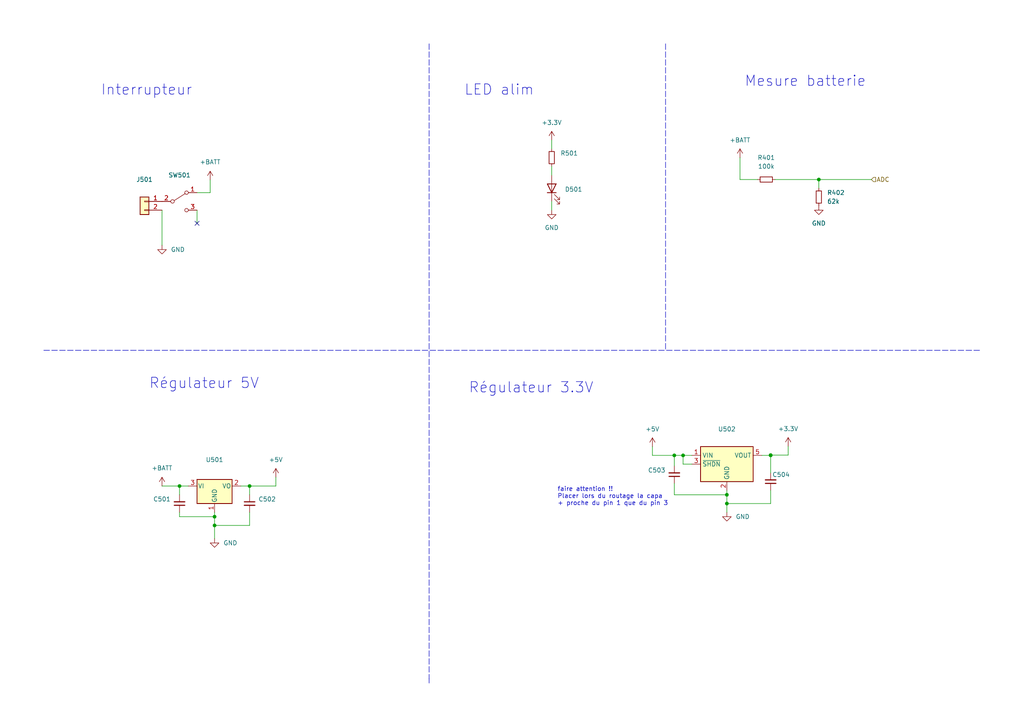
<source format=kicad_sch>
(kicad_sch (version 20211123) (generator eeschema)

  (uuid 818a72cf-d397-4513-a3a0-8481b9efa59a)

  (paper "A4")

  (lib_symbols
    (symbol "Connector_Generic:Conn_01x02" (pin_names (offset 1.016) hide) (in_bom yes) (on_board yes)
      (property "Reference" "J" (id 0) (at 0 2.54 0)
        (effects (font (size 1.27 1.27)))
      )
      (property "Value" "Conn_01x02" (id 1) (at 0 -5.08 0)
        (effects (font (size 1.27 1.27)))
      )
      (property "Footprint" "" (id 2) (at 0 0 0)
        (effects (font (size 1.27 1.27)) hide)
      )
      (property "Datasheet" "~" (id 3) (at 0 0 0)
        (effects (font (size 1.27 1.27)) hide)
      )
      (property "ki_keywords" "connector" (id 4) (at 0 0 0)
        (effects (font (size 1.27 1.27)) hide)
      )
      (property "ki_description" "Generic connector, single row, 01x02, script generated (kicad-library-utils/schlib/autogen/connector/)" (id 5) (at 0 0 0)
        (effects (font (size 1.27 1.27)) hide)
      )
      (property "ki_fp_filters" "Connector*:*_1x??_*" (id 6) (at 0 0 0)
        (effects (font (size 1.27 1.27)) hide)
      )
      (symbol "Conn_01x02_1_1"
        (rectangle (start -1.27 -2.413) (end 0 -2.667)
          (stroke (width 0.1524) (type default) (color 0 0 0 0))
          (fill (type none))
        )
        (rectangle (start -1.27 0.127) (end 0 -0.127)
          (stroke (width 0.1524) (type default) (color 0 0 0 0))
          (fill (type none))
        )
        (rectangle (start -1.27 1.27) (end 1.27 -3.81)
          (stroke (width 0.254) (type default) (color 0 0 0 0))
          (fill (type background))
        )
        (pin passive line (at -5.08 0 0) (length 3.81)
          (name "Pin_1" (effects (font (size 1.27 1.27))))
          (number "1" (effects (font (size 1.27 1.27))))
        )
        (pin passive line (at -5.08 -2.54 0) (length 3.81)
          (name "Pin_2" (effects (font (size 1.27 1.27))))
          (number "2" (effects (font (size 1.27 1.27))))
        )
      )
    )
    (symbol "Device:C_Small" (pin_numbers hide) (pin_names (offset 0.254) hide) (in_bom yes) (on_board yes)
      (property "Reference" "C" (id 0) (at 0.254 1.778 0)
        (effects (font (size 1.27 1.27)) (justify left))
      )
      (property "Value" "C_Small" (id 1) (at 0.254 -2.032 0)
        (effects (font (size 1.27 1.27)) (justify left))
      )
      (property "Footprint" "" (id 2) (at 0 0 0)
        (effects (font (size 1.27 1.27)) hide)
      )
      (property "Datasheet" "~" (id 3) (at 0 0 0)
        (effects (font (size 1.27 1.27)) hide)
      )
      (property "ki_keywords" "capacitor cap" (id 4) (at 0 0 0)
        (effects (font (size 1.27 1.27)) hide)
      )
      (property "ki_description" "Unpolarized capacitor, small symbol" (id 5) (at 0 0 0)
        (effects (font (size 1.27 1.27)) hide)
      )
      (property "ki_fp_filters" "C_*" (id 6) (at 0 0 0)
        (effects (font (size 1.27 1.27)) hide)
      )
      (symbol "C_Small_0_1"
        (polyline
          (pts
            (xy -1.524 -0.508)
            (xy 1.524 -0.508)
          )
          (stroke (width 0.3302) (type default) (color 0 0 0 0))
          (fill (type none))
        )
        (polyline
          (pts
            (xy -1.524 0.508)
            (xy 1.524 0.508)
          )
          (stroke (width 0.3048) (type default) (color 0 0 0 0))
          (fill (type none))
        )
      )
      (symbol "C_Small_1_1"
        (pin passive line (at 0 2.54 270) (length 2.032)
          (name "~" (effects (font (size 1.27 1.27))))
          (number "1" (effects (font (size 1.27 1.27))))
        )
        (pin passive line (at 0 -2.54 90) (length 2.032)
          (name "~" (effects (font (size 1.27 1.27))))
          (number "2" (effects (font (size 1.27 1.27))))
        )
      )
    )
    (symbol "Device:LED" (pin_numbers hide) (pin_names (offset 1.016) hide) (in_bom yes) (on_board yes)
      (property "Reference" "D" (id 0) (at 0 2.54 0)
        (effects (font (size 1.27 1.27)))
      )
      (property "Value" "LED" (id 1) (at 0 -2.54 0)
        (effects (font (size 1.27 1.27)))
      )
      (property "Footprint" "" (id 2) (at 0 0 0)
        (effects (font (size 1.27 1.27)) hide)
      )
      (property "Datasheet" "~" (id 3) (at 0 0 0)
        (effects (font (size 1.27 1.27)) hide)
      )
      (property "ki_keywords" "LED diode" (id 4) (at 0 0 0)
        (effects (font (size 1.27 1.27)) hide)
      )
      (property "ki_description" "Light emitting diode" (id 5) (at 0 0 0)
        (effects (font (size 1.27 1.27)) hide)
      )
      (property "ki_fp_filters" "LED* LED_SMD:* LED_THT:*" (id 6) (at 0 0 0)
        (effects (font (size 1.27 1.27)) hide)
      )
      (symbol "LED_0_1"
        (polyline
          (pts
            (xy -1.27 -1.27)
            (xy -1.27 1.27)
          )
          (stroke (width 0.254) (type default) (color 0 0 0 0))
          (fill (type none))
        )
        (polyline
          (pts
            (xy -1.27 0)
            (xy 1.27 0)
          )
          (stroke (width 0) (type default) (color 0 0 0 0))
          (fill (type none))
        )
        (polyline
          (pts
            (xy 1.27 -1.27)
            (xy 1.27 1.27)
            (xy -1.27 0)
            (xy 1.27 -1.27)
          )
          (stroke (width 0.254) (type default) (color 0 0 0 0))
          (fill (type none))
        )
        (polyline
          (pts
            (xy -3.048 -0.762)
            (xy -4.572 -2.286)
            (xy -3.81 -2.286)
            (xy -4.572 -2.286)
            (xy -4.572 -1.524)
          )
          (stroke (width 0) (type default) (color 0 0 0 0))
          (fill (type none))
        )
        (polyline
          (pts
            (xy -1.778 -0.762)
            (xy -3.302 -2.286)
            (xy -2.54 -2.286)
            (xy -3.302 -2.286)
            (xy -3.302 -1.524)
          )
          (stroke (width 0) (type default) (color 0 0 0 0))
          (fill (type none))
        )
      )
      (symbol "LED_1_1"
        (pin passive line (at -3.81 0 0) (length 2.54)
          (name "K" (effects (font (size 1.27 1.27))))
          (number "1" (effects (font (size 1.27 1.27))))
        )
        (pin passive line (at 3.81 0 180) (length 2.54)
          (name "A" (effects (font (size 1.27 1.27))))
          (number "2" (effects (font (size 1.27 1.27))))
        )
      )
    )
    (symbol "Device:R_Small" (pin_numbers hide) (pin_names (offset 0.254) hide) (in_bom yes) (on_board yes)
      (property "Reference" "R" (id 0) (at 0.762 0.508 0)
        (effects (font (size 1.27 1.27)) (justify left))
      )
      (property "Value" "R_Small" (id 1) (at 0.762 -1.016 0)
        (effects (font (size 1.27 1.27)) (justify left))
      )
      (property "Footprint" "" (id 2) (at 0 0 0)
        (effects (font (size 1.27 1.27)) hide)
      )
      (property "Datasheet" "~" (id 3) (at 0 0 0)
        (effects (font (size 1.27 1.27)) hide)
      )
      (property "ki_keywords" "R resistor" (id 4) (at 0 0 0)
        (effects (font (size 1.27 1.27)) hide)
      )
      (property "ki_description" "Resistor, small symbol" (id 5) (at 0 0 0)
        (effects (font (size 1.27 1.27)) hide)
      )
      (property "ki_fp_filters" "R_*" (id 6) (at 0 0 0)
        (effects (font (size 1.27 1.27)) hide)
      )
      (symbol "R_Small_0_1"
        (rectangle (start -0.762 1.778) (end 0.762 -1.778)
          (stroke (width 0.2032) (type default) (color 0 0 0 0))
          (fill (type none))
        )
      )
      (symbol "R_Small_1_1"
        (pin passive line (at 0 2.54 270) (length 0.762)
          (name "~" (effects (font (size 1.27 1.27))))
          (number "1" (effects (font (size 1.27 1.27))))
        )
        (pin passive line (at 0 -2.54 90) (length 0.762)
          (name "~" (effects (font (size 1.27 1.27))))
          (number "2" (effects (font (size 1.27 1.27))))
        )
      )
    )
    (symbol "Regulator_Linear:AZ1117-5.0" (pin_names (offset 0.254)) (in_bom yes) (on_board yes)
      (property "Reference" "U" (id 0) (at -3.81 3.175 0)
        (effects (font (size 1.27 1.27)))
      )
      (property "Value" "AZ1117-5.0" (id 1) (at 0 3.175 0)
        (effects (font (size 1.27 1.27)) (justify left))
      )
      (property "Footprint" "" (id 2) (at 0 6.35 0)
        (effects (font (size 1.27 1.27) italic) hide)
      )
      (property "Datasheet" "https://www.diodes.com/assets/Datasheets/AZ1117.pdf" (id 3) (at 0 0 0)
        (effects (font (size 1.27 1.27)) hide)
      )
      (property "ki_keywords" "Fixed Voltage Regulator 1A Positive LDO" (id 4) (at 0 0 0)
        (effects (font (size 1.27 1.27)) hide)
      )
      (property "ki_description" "1A 20V Fixed LDO Linear Regulator, 5.0V, SOT-89/SOT-223/TO-220/TO-252/TO-263" (id 5) (at 0 0 0)
        (effects (font (size 1.27 1.27)) hide)
      )
      (property "ki_fp_filters" "SOT?223* SOT?89* TO?220* TO?252* TO?263*" (id 6) (at 0 0 0)
        (effects (font (size 1.27 1.27)) hide)
      )
      (symbol "AZ1117-5.0_0_1"
        (rectangle (start -5.08 1.905) (end 5.08 -5.08)
          (stroke (width 0.254) (type default) (color 0 0 0 0))
          (fill (type background))
        )
      )
      (symbol "AZ1117-5.0_1_1"
        (pin power_in line (at 0 -7.62 90) (length 2.54)
          (name "GND" (effects (font (size 1.27 1.27))))
          (number "1" (effects (font (size 1.27 1.27))))
        )
        (pin power_out line (at 7.62 0 180) (length 2.54)
          (name "VO" (effects (font (size 1.27 1.27))))
          (number "2" (effects (font (size 1.27 1.27))))
        )
        (pin power_in line (at -7.62 0 0) (length 2.54)
          (name "VI" (effects (font (size 1.27 1.27))))
          (number "3" (effects (font (size 1.27 1.27))))
        )
      )
    )
    (symbol "Regulator_Linear:MCP1802x-xx02xOT" (in_bom yes) (on_board yes)
      (property "Reference" "U" (id 0) (at -6.35 6.35 0)
        (effects (font (size 1.27 1.27)) (justify left))
      )
      (property "Value" "MCP1802x-xx02xOT" (id 1) (at 0 6.35 0)
        (effects (font (size 1.27 1.27)) (justify left))
      )
      (property "Footprint" "Package_TO_SOT_SMD:SOT-23-5" (id 2) (at -6.35 8.89 0)
        (effects (font (size 1.27 1.27) italic) (justify left) hide)
      )
      (property "Datasheet" "http://ww1.microchip.com/downloads/en/DeviceDoc/22053C.pdf" (id 3) (at 0 -2.54 0)
        (effects (font (size 1.27 1.27)) hide)
      )
      (property "ki_keywords" "LDO Linear Voltage Regulator" (id 4) (at 0 0 0)
        (effects (font (size 1.27 1.27)) hide)
      )
      (property "ki_description" "150mA, Tiny CMOS LDO With Shutdown, Fixed Voltage, SOT-23-5" (id 5) (at 0 0 0)
        (effects (font (size 1.27 1.27)) hide)
      )
      (property "ki_fp_filters" "SOT?23*" (id 6) (at 0 0 0)
        (effects (font (size 1.27 1.27)) hide)
      )
      (symbol "MCP1802x-xx02xOT_0_1"
        (rectangle (start -7.62 5.08) (end 7.62 -5.08)
          (stroke (width 0.254) (type default) (color 0 0 0 0))
          (fill (type background))
        )
      )
      (symbol "MCP1802x-xx02xOT_1_1"
        (pin power_in line (at -10.16 2.54 0) (length 2.54)
          (name "VIN" (effects (font (size 1.27 1.27))))
          (number "1" (effects (font (size 1.27 1.27))))
        )
        (pin power_in line (at 0 -7.62 90) (length 2.54)
          (name "GND" (effects (font (size 1.27 1.27))))
          (number "2" (effects (font (size 1.27 1.27))))
        )
        (pin input line (at -10.16 0 0) (length 2.54)
          (name "~{SHDN}" (effects (font (size 1.27 1.27))))
          (number "3" (effects (font (size 1.27 1.27))))
        )
        (pin no_connect line (at 7.62 0 180) (length 2.54) hide
          (name "NC" (effects (font (size 1.27 1.27))))
          (number "4" (effects (font (size 1.27 1.27))))
        )
        (pin power_out line (at 10.16 2.54 180) (length 2.54)
          (name "VOUT" (effects (font (size 1.27 1.27))))
          (number "5" (effects (font (size 1.27 1.27))))
        )
      )
    )
    (symbol "Switch:SW_SPDT" (pin_names (offset 0) hide) (in_bom yes) (on_board yes)
      (property "Reference" "SW" (id 0) (at 0 4.318 0)
        (effects (font (size 1.27 1.27)))
      )
      (property "Value" "SW_SPDT" (id 1) (at 0 -5.08 0)
        (effects (font (size 1.27 1.27)))
      )
      (property "Footprint" "" (id 2) (at 0 0 0)
        (effects (font (size 1.27 1.27)) hide)
      )
      (property "Datasheet" "~" (id 3) (at 0 0 0)
        (effects (font (size 1.27 1.27)) hide)
      )
      (property "ki_keywords" "switch single-pole double-throw spdt ON-ON" (id 4) (at 0 0 0)
        (effects (font (size 1.27 1.27)) hide)
      )
      (property "ki_description" "Switch, single pole double throw" (id 5) (at 0 0 0)
        (effects (font (size 1.27 1.27)) hide)
      )
      (symbol "SW_SPDT_0_0"
        (circle (center -2.032 0) (radius 0.508)
          (stroke (width 0) (type default) (color 0 0 0 0))
          (fill (type none))
        )
        (circle (center 2.032 -2.54) (radius 0.508)
          (stroke (width 0) (type default) (color 0 0 0 0))
          (fill (type none))
        )
      )
      (symbol "SW_SPDT_0_1"
        (polyline
          (pts
            (xy -1.524 0.254)
            (xy 1.651 2.286)
          )
          (stroke (width 0) (type default) (color 0 0 0 0))
          (fill (type none))
        )
        (circle (center 2.032 2.54) (radius 0.508)
          (stroke (width 0) (type default) (color 0 0 0 0))
          (fill (type none))
        )
      )
      (symbol "SW_SPDT_1_1"
        (pin passive line (at 5.08 2.54 180) (length 2.54)
          (name "A" (effects (font (size 1.27 1.27))))
          (number "1" (effects (font (size 1.27 1.27))))
        )
        (pin passive line (at -5.08 0 0) (length 2.54)
          (name "B" (effects (font (size 1.27 1.27))))
          (number "2" (effects (font (size 1.27 1.27))))
        )
        (pin passive line (at 5.08 -2.54 180) (length 2.54)
          (name "C" (effects (font (size 1.27 1.27))))
          (number "3" (effects (font (size 1.27 1.27))))
        )
      )
    )
    (symbol "power:+3.3V" (power) (pin_names (offset 0)) (in_bom yes) (on_board yes)
      (property "Reference" "#PWR" (id 0) (at 0 -3.81 0)
        (effects (font (size 1.27 1.27)) hide)
      )
      (property "Value" "+3.3V" (id 1) (at 0 3.556 0)
        (effects (font (size 1.27 1.27)))
      )
      (property "Footprint" "" (id 2) (at 0 0 0)
        (effects (font (size 1.27 1.27)) hide)
      )
      (property "Datasheet" "" (id 3) (at 0 0 0)
        (effects (font (size 1.27 1.27)) hide)
      )
      (property "ki_keywords" "power-flag" (id 4) (at 0 0 0)
        (effects (font (size 1.27 1.27)) hide)
      )
      (property "ki_description" "Power symbol creates a global label with name \"+3.3V\"" (id 5) (at 0 0 0)
        (effects (font (size 1.27 1.27)) hide)
      )
      (symbol "+3.3V_0_1"
        (polyline
          (pts
            (xy -0.762 1.27)
            (xy 0 2.54)
          )
          (stroke (width 0) (type default) (color 0 0 0 0))
          (fill (type none))
        )
        (polyline
          (pts
            (xy 0 0)
            (xy 0 2.54)
          )
          (stroke (width 0) (type default) (color 0 0 0 0))
          (fill (type none))
        )
        (polyline
          (pts
            (xy 0 2.54)
            (xy 0.762 1.27)
          )
          (stroke (width 0) (type default) (color 0 0 0 0))
          (fill (type none))
        )
      )
      (symbol "+3.3V_1_1"
        (pin power_in line (at 0 0 90) (length 0) hide
          (name "+3.3V" (effects (font (size 1.27 1.27))))
          (number "1" (effects (font (size 1.27 1.27))))
        )
      )
    )
    (symbol "power:+5V" (power) (pin_names (offset 0)) (in_bom yes) (on_board yes)
      (property "Reference" "#PWR" (id 0) (at 0 -3.81 0)
        (effects (font (size 1.27 1.27)) hide)
      )
      (property "Value" "+5V" (id 1) (at 0 3.556 0)
        (effects (font (size 1.27 1.27)))
      )
      (property "Footprint" "" (id 2) (at 0 0 0)
        (effects (font (size 1.27 1.27)) hide)
      )
      (property "Datasheet" "" (id 3) (at 0 0 0)
        (effects (font (size 1.27 1.27)) hide)
      )
      (property "ki_keywords" "power-flag" (id 4) (at 0 0 0)
        (effects (font (size 1.27 1.27)) hide)
      )
      (property "ki_description" "Power symbol creates a global label with name \"+5V\"" (id 5) (at 0 0 0)
        (effects (font (size 1.27 1.27)) hide)
      )
      (symbol "+5V_0_1"
        (polyline
          (pts
            (xy -0.762 1.27)
            (xy 0 2.54)
          )
          (stroke (width 0) (type default) (color 0 0 0 0))
          (fill (type none))
        )
        (polyline
          (pts
            (xy 0 0)
            (xy 0 2.54)
          )
          (stroke (width 0) (type default) (color 0 0 0 0))
          (fill (type none))
        )
        (polyline
          (pts
            (xy 0 2.54)
            (xy 0.762 1.27)
          )
          (stroke (width 0) (type default) (color 0 0 0 0))
          (fill (type none))
        )
      )
      (symbol "+5V_1_1"
        (pin power_in line (at 0 0 90) (length 0) hide
          (name "+5V" (effects (font (size 1.27 1.27))))
          (number "1" (effects (font (size 1.27 1.27))))
        )
      )
    )
    (symbol "power:+BATT" (power) (pin_names (offset 0)) (in_bom yes) (on_board yes)
      (property "Reference" "#PWR" (id 0) (at 0 -3.81 0)
        (effects (font (size 1.27 1.27)) hide)
      )
      (property "Value" "+BATT" (id 1) (at 0 3.556 0)
        (effects (font (size 1.27 1.27)))
      )
      (property "Footprint" "" (id 2) (at 0 0 0)
        (effects (font (size 1.27 1.27)) hide)
      )
      (property "Datasheet" "" (id 3) (at 0 0 0)
        (effects (font (size 1.27 1.27)) hide)
      )
      (property "ki_keywords" "power-flag battery" (id 4) (at 0 0 0)
        (effects (font (size 1.27 1.27)) hide)
      )
      (property "ki_description" "Power symbol creates a global label with name \"+BATT\"" (id 5) (at 0 0 0)
        (effects (font (size 1.27 1.27)) hide)
      )
      (symbol "+BATT_0_1"
        (polyline
          (pts
            (xy -0.762 1.27)
            (xy 0 2.54)
          )
          (stroke (width 0) (type default) (color 0 0 0 0))
          (fill (type none))
        )
        (polyline
          (pts
            (xy 0 0)
            (xy 0 2.54)
          )
          (stroke (width 0) (type default) (color 0 0 0 0))
          (fill (type none))
        )
        (polyline
          (pts
            (xy 0 2.54)
            (xy 0.762 1.27)
          )
          (stroke (width 0) (type default) (color 0 0 0 0))
          (fill (type none))
        )
      )
      (symbol "+BATT_1_1"
        (pin power_in line (at 0 0 90) (length 0) hide
          (name "+BATT" (effects (font (size 1.27 1.27))))
          (number "1" (effects (font (size 1.27 1.27))))
        )
      )
    )
    (symbol "power:GND" (power) (pin_names (offset 0)) (in_bom yes) (on_board yes)
      (property "Reference" "#PWR" (id 0) (at 0 -6.35 0)
        (effects (font (size 1.27 1.27)) hide)
      )
      (property "Value" "GND" (id 1) (at 0 -3.81 0)
        (effects (font (size 1.27 1.27)))
      )
      (property "Footprint" "" (id 2) (at 0 0 0)
        (effects (font (size 1.27 1.27)) hide)
      )
      (property "Datasheet" "" (id 3) (at 0 0 0)
        (effects (font (size 1.27 1.27)) hide)
      )
      (property "ki_keywords" "power-flag" (id 4) (at 0 0 0)
        (effects (font (size 1.27 1.27)) hide)
      )
      (property "ki_description" "Power symbol creates a global label with name \"GND\" , ground" (id 5) (at 0 0 0)
        (effects (font (size 1.27 1.27)) hide)
      )
      (symbol "GND_0_1"
        (polyline
          (pts
            (xy 0 0)
            (xy 0 -1.27)
            (xy 1.27 -1.27)
            (xy 0 -2.54)
            (xy -1.27 -1.27)
            (xy 0 -1.27)
          )
          (stroke (width 0) (type default) (color 0 0 0 0))
          (fill (type none))
        )
      )
      (symbol "GND_1_1"
        (pin power_in line (at 0 0 270) (length 0) hide
          (name "GND" (effects (font (size 1.27 1.27))))
          (number "1" (effects (font (size 1.27 1.27))))
        )
      )
    )
  )

  (junction (at 62.23 152.4) (diameter 0) (color 0 0 0 0)
    (uuid 3baea005-32b8-4708-a6fd-8b7d77dc15d8)
  )
  (junction (at 210.82 143.51) (diameter 0) (color 0 0 0 0)
    (uuid 50015533-0ccc-4f2c-beb0-5213dbba1925)
  )
  (junction (at 195.58 132.08) (diameter 0) (color 0 0 0 0)
    (uuid 85879806-939d-433c-b710-a49fd5ec9796)
  )
  (junction (at 223.52 132.08) (diameter 0) (color 0 0 0 0)
    (uuid 8d38b9b4-ec83-485b-9888-86e55d074141)
  )
  (junction (at 52.07 140.97) (diameter 0) (color 0 0 0 0)
    (uuid 8e37033f-713f-4ac4-8c0a-3f6e5e036d32)
  )
  (junction (at 62.23 149.86) (diameter 0) (color 0 0 0 0)
    (uuid b06077fc-4dee-4129-a085-ab64e6f3ab24)
  )
  (junction (at 72.39 140.97) (diameter 0) (color 0 0 0 0)
    (uuid b2bd39f8-8f8f-4ab6-97d1-560ac27a0dea)
  )
  (junction (at 223.5209 131.9982) (diameter 0) (color 0 0 0 0)
    (uuid c1a76de1-3241-4145-92e0-5303d529c1f7)
  )
  (junction (at 198.12 132.08) (diameter 0) (color 0 0 0 0)
    (uuid c71ef17c-bd36-45a5-8779-6d1932121ab1)
  )
  (junction (at 210.82 146.05) (diameter 0) (color 0 0 0 0)
    (uuid e2df1979-53d7-4ed8-858b-4b9816d97da7)
  )
  (junction (at 237.49 52.07) (diameter 0) (color 0 0 0 0)
    (uuid eae5ce3e-49e8-4ac6-b7f2-4cc259a8da3f)
  )

  (no_connect (at 57.15 64.77) (uuid e0722816-fd17-4be5-ae92-bf42e632de72))

  (polyline (pts (xy 124.46 196.85) (xy 124.46 198.12))
    (stroke (width 0) (type default) (color 0 0 0 0))
    (uuid 07252f3a-dc5f-4d98-b4a2-54ba65018662)
  )

  (wire (pts (xy 52.07 140.97) (xy 54.61 140.97))
    (stroke (width 0) (type default) (color 0 0 0 0))
    (uuid 0ca77de2-9dc0-4c9f-a03f-343cc42a0240)
  )
  (wire (pts (xy 60.96 52.197) (xy 60.96 55.88))
    (stroke (width 0) (type default) (color 0 0 0 0))
    (uuid 1c2e7a85-2bc8-4035-9b45-7df9cb127bf1)
  )
  (wire (pts (xy 52.07 148.59) (xy 52.07 149.86))
    (stroke (width 0) (type default) (color 0 0 0 0))
    (uuid 20fda929-817c-485a-8b92-3607daa661a1)
  )
  (wire (pts (xy 62.23 149.86) (xy 62.23 148.59))
    (stroke (width 0) (type default) (color 0 0 0 0))
    (uuid 37df883f-6bb1-4e03-89d0-7b922f16e4b4)
  )
  (polyline (pts (xy 124.46 12.7) (xy 124.46 196.85))
    (stroke (width 0) (type default) (color 0 0 0 0))
    (uuid 4acf0eb4-59b4-4834-854e-9798666526f6)
  )

  (wire (pts (xy 228.6009 129.4582) (xy 228.6009 131.9982))
    (stroke (width 0) (type default) (color 0 0 0 0))
    (uuid 4cceaa47-5bd1-4051-850b-14762502ae7c)
  )
  (wire (pts (xy 72.39 148.59) (xy 72.39 152.4))
    (stroke (width 0) (type default) (color 0 0 0 0))
    (uuid 4de5038f-9a7b-40b4-83fc-08595493ffb2)
  )
  (wire (pts (xy 69.85 140.97) (xy 72.39 140.97))
    (stroke (width 0) (type default) (color 0 0 0 0))
    (uuid 4df6ac6a-6cfa-43b5-8dda-b28b6e48fe41)
  )
  (wire (pts (xy 195.58 132.08) (xy 195.58 135.128))
    (stroke (width 0) (type default) (color 0 0 0 0))
    (uuid 50cc3527-8d90-403b-9dbd-5b7b99761427)
  )
  (wire (pts (xy 198.12 134.62) (xy 198.12 132.08))
    (stroke (width 0) (type default) (color 0 0 0 0))
    (uuid 524b5c96-1360-4ea2-921d-6c08f9358bcc)
  )
  (wire (pts (xy 57.15 60.96) (xy 57.15 64.77))
    (stroke (width 0) (type default) (color 0 0 0 0))
    (uuid 566e7893-04ab-4aa2-82fc-9bc0e7b323ef)
  )
  (wire (pts (xy 220.98 132.08) (xy 223.52 132.08))
    (stroke (width 0) (type default) (color 0 0 0 0))
    (uuid 584e01ef-3951-4fa9-83f6-25ddb6473299)
  )
  (wire (pts (xy 72.39 140.97) (xy 72.39 143.51))
    (stroke (width 0) (type default) (color 0 0 0 0))
    (uuid 5b1faba7-4872-44cd-b41c-caef33ada8f3)
  )
  (wire (pts (xy 237.49 52.07) (xy 252.73 52.07))
    (stroke (width 0) (type default) (color 0 0 0 0))
    (uuid 5f159f48-5518-4574-849d-609630f9765c)
  )
  (wire (pts (xy 210.82 146.05) (xy 210.82 143.51))
    (stroke (width 0) (type default) (color 0 0 0 0))
    (uuid 6bad03bd-b1a0-477b-94c1-9e4623031d86)
  )
  (wire (pts (xy 223.52 132.08) (xy 223.52 137.16))
    (stroke (width 0) (type default) (color 0 0 0 0))
    (uuid 6caace13-8b9e-4f07-bde8-11916ffce567)
  )
  (wire (pts (xy 219.71 52.07) (xy 214.63 52.07))
    (stroke (width 0) (type default) (color 0 0 0 0))
    (uuid 74c0576c-16fe-4171-b513-9940e1a134f8)
  )
  (wire (pts (xy 46.99 140.97) (xy 52.07 140.97))
    (stroke (width 0) (type default) (color 0 0 0 0))
    (uuid 7f0f6b0f-b917-4994-af98-b3207705bafd)
  )
  (wire (pts (xy 160.02 58.42) (xy 160.02 60.96))
    (stroke (width 0) (type default) (color 0 0 0 0))
    (uuid 7f8f7703-5df1-45fb-bfa5-38c6fe143eeb)
  )
  (wire (pts (xy 72.39 140.97) (xy 80.01 140.97))
    (stroke (width 0) (type default) (color 0 0 0 0))
    (uuid 8140254c-37ce-4bab-93bf-0be070c7ce79)
  )
  (wire (pts (xy 52.07 149.86) (xy 62.23 149.86))
    (stroke (width 0) (type default) (color 0 0 0 0))
    (uuid 87f06e7c-99b3-4b89-8faf-20565268a2f5)
  )
  (wire (pts (xy 223.52 142.24) (xy 223.52 146.05))
    (stroke (width 0) (type default) (color 0 0 0 0))
    (uuid 8a3a16f9-25c5-4c95-ad87-c00d99717932)
  )
  (polyline (pts (xy 193.04 12.7) (xy 193.04 101.6))
    (stroke (width 0) (type default) (color 0 0 0 0))
    (uuid 8f9fd990-949c-4586-a839-4cb8fbfceee6)
  )

  (wire (pts (xy 62.23 156.21) (xy 62.23 152.4))
    (stroke (width 0) (type default) (color 0 0 0 0))
    (uuid 92e1a4e6-1a7b-475e-b06a-b7e1691266ed)
  )
  (wire (pts (xy 224.79 52.07) (xy 237.49 52.07))
    (stroke (width 0) (type default) (color 0 0 0 0))
    (uuid 94458b71-0e58-4a88-b1f2-77d8be4c967a)
  )
  (wire (pts (xy 72.39 152.4) (xy 62.23 152.4))
    (stroke (width 0) (type default) (color 0 0 0 0))
    (uuid 9503e7a0-d2af-40b0-a3a8-3b538284344f)
  )
  (polyline (pts (xy 12.7 101.6) (xy 284.48 101.6))
    (stroke (width 0) (type default) (color 0 0 0 0))
    (uuid 96ed2b15-b2f7-4052-9e37-2bb90c499650)
  )

  (wire (pts (xy 160.02 48.26) (xy 160.02 50.8))
    (stroke (width 0) (type default) (color 0 0 0 0))
    (uuid 9b74ec1b-f743-41d3-bb73-bded20f0a7ea)
  )
  (wire (pts (xy 223.52 146.05) (xy 210.82 146.05))
    (stroke (width 0) (type default) (color 0 0 0 0))
    (uuid 9d60d56c-0a6c-4bf5-9a64-5f48bf90f4d3)
  )
  (wire (pts (xy 223.5209 131.9982) (xy 228.6009 131.9982))
    (stroke (width 0) (type default) (color 0 0 0 0))
    (uuid b055e1c6-f719-4411-a223-61a3cc09b942)
  )
  (wire (pts (xy 237.49 54.61) (xy 237.49 52.07))
    (stroke (width 0) (type default) (color 0 0 0 0))
    (uuid b210b591-ef1a-4797-a77e-8d198c63fbd6)
  )
  (wire (pts (xy 62.23 152.4) (xy 62.23 149.86))
    (stroke (width 0) (type default) (color 0 0 0 0))
    (uuid b226fb51-1b43-4a80-9d45-68bfaeef3816)
  )
  (wire (pts (xy 200.66 134.62) (xy 198.12 134.62))
    (stroke (width 0) (type default) (color 0 0 0 0))
    (uuid b254d996-feca-44c5-a604-cd011af0113a)
  )
  (wire (pts (xy 210.82 148.59) (xy 210.82 146.05))
    (stroke (width 0) (type default) (color 0 0 0 0))
    (uuid b31ec8e7-0fd5-43c6-8340-66ef218b8d38)
  )
  (wire (pts (xy 195.58 143.51) (xy 210.82 143.51))
    (stroke (width 0) (type default) (color 0 0 0 0))
    (uuid b41f1de4-ed2e-4142-984d-4f276691ef77)
  )
  (wire (pts (xy 214.63 52.07) (xy 214.63 45.72))
    (stroke (width 0) (type default) (color 0 0 0 0))
    (uuid b837117a-4148-4a3e-98cb-a014121742b7)
  )
  (wire (pts (xy 195.58 132.08) (xy 198.12 132.08))
    (stroke (width 0) (type default) (color 0 0 0 0))
    (uuid bc068eb9-6a7b-4606-8198-cc73683cdd50)
  )
  (wire (pts (xy 52.07 143.51) (xy 52.07 140.97))
    (stroke (width 0) (type default) (color 0 0 0 0))
    (uuid c156e50e-6143-4552-a554-c81a61c690a5)
  )
  (wire (pts (xy 189.23 132.08) (xy 195.58 132.08))
    (stroke (width 0) (type default) (color 0 0 0 0))
    (uuid c7a3c71b-1f0c-428b-9085-6fa81112d6db)
  )
  (wire (pts (xy 80.01 138.43) (xy 80.01 140.97))
    (stroke (width 0) (type default) (color 0 0 0 0))
    (uuid c85f061d-a4fe-48c0-99ff-de8de905e3e4)
  )
  (wire (pts (xy 210.82 143.51) (xy 210.82 142.24))
    (stroke (width 0) (type default) (color 0 0 0 0))
    (uuid c9c29276-d0bd-4d24-9b20-6ec504ffe335)
  )
  (wire (pts (xy 198.12 132.08) (xy 200.66 132.08))
    (stroke (width 0) (type default) (color 0 0 0 0))
    (uuid cb133852-df1e-4222-a5df-b0a88b369292)
  )
  (wire (pts (xy 189.23 129.54) (xy 189.23 132.08))
    (stroke (width 0) (type default) (color 0 0 0 0))
    (uuid cc49c088-52c6-4e22-b68d-6d027b4b7348)
  )
  (wire (pts (xy 57.15 55.88) (xy 60.96 55.88))
    (stroke (width 0) (type default) (color 0 0 0 0))
    (uuid d08d2ced-aeb2-42a0-8140-8a56e8615d9d)
  )
  (wire (pts (xy 195.58 140.208) (xy 195.58 143.51))
    (stroke (width 0) (type default) (color 0 0 0 0))
    (uuid ee2aefab-4728-47e7-ac3b-2d321766d7f4)
  )
  (wire (pts (xy 46.99 60.96) (xy 46.99 71.12))
    (stroke (width 0) (type default) (color 0 0 0 0))
    (uuid f39fd107-8a01-4305-9f0f-0e2538fae0db)
  )
  (wire (pts (xy 160.02 40.64) (xy 160.02 43.18))
    (stroke (width 0) (type default) (color 0 0 0 0))
    (uuid fe3b4247-d0ad-4347-88bf-1a0fabc895dc)
  )

  (text "Interrupteur\n" (at 29.21 27.94 0)
    (effects (font (size 3 3)) (justify left bottom))
    (uuid 08971164-ef87-48a6-8032-748ad570aac9)
  )
  (text "Régulateur 5V\n" (at 43.18 113.03 0)
    (effects (font (size 3 3)) (justify left bottom))
    (uuid 0dc9cf96-79cf-4d7a-b116-ff2b0362fd31)
  )
  (text "LED alim\n" (at 134.62 27.94 0)
    (effects (font (size 3 3)) (justify left bottom))
    (uuid 431deb7b-25f0-46ae-8493-9d1db28a6252)
  )
  (text "faire attention !!\nPlacer lors du routage la capa\n+ proche du pin 1 que du pin 3"
    (at 161.671 146.812 0)
    (effects (font (size 1.27 1.27)) (justify left bottom))
    (uuid 6fc661c0-8bc7-4d47-abed-e8bc7ab5f7a7)
  )
  (text "Mesure batterie" (at 215.9 25.4 0)
    (effects (font (size 3 3)) (justify left bottom))
    (uuid 7b8102e5-39b3-4d0d-89ad-08afa3d5acc2)
  )
  (text "Régulateur 3.3V\n" (at 135.89 114.3 0)
    (effects (font (size 3 3)) (justify left bottom))
    (uuid e48115b3-6b7d-4256-a2e0-fcb89a1817d8)
  )

  (hierarchical_label "ADC" (shape input) (at 252.73 52.07 0)
    (effects (font (size 1.27 1.27)) (justify left))
    (uuid 7aef6743-340f-46e1-8518-110cc3374355)
  )

  (symbol (lib_id "power:GND") (at 237.49 59.69 0) (unit 1)
    (in_bom yes) (on_board yes) (fields_autoplaced)
    (uuid 05e99795-8838-43bf-a2b2-557351cfd792)
    (property "Reference" "#PWR0412" (id 0) (at 237.49 66.04 0)
      (effects (font (size 1.27 1.27)) hide)
    )
    (property "Value" "GND" (id 1) (at 237.49 64.77 0))
    (property "Footprint" "" (id 2) (at 237.49 59.69 0)
      (effects (font (size 1.27 1.27)) hide)
    )
    (property "Datasheet" "" (id 3) (at 237.49 59.69 0)
      (effects (font (size 1.27 1.27)) hide)
    )
    (pin "1" (uuid 806cd122-fabd-4f21-9f48-f96d6dd66292))
  )

  (symbol (lib_id "Device:C_Small") (at 223.52 139.7 0) (mirror x) (unit 1)
    (in_bom yes) (on_board yes)
    (uuid 17adca7f-12b8-4228-93c6-8e2bc66f85b6)
    (property "Reference" "C504" (id 0) (at 229.108 137.668 0)
      (effects (font (size 1.27 1.27)) (justify right))
    )
    (property "Value" "" (id 1) (at 228.854 139.7 0)
      (effects (font (size 1.27 1.27)) (justify right))
    )
    (property "Footprint" "" (id 2) (at 223.52 139.7 0)
      (effects (font (size 1.27 1.27)) hide)
    )
    (property "Datasheet" "~" (id 3) (at 223.52 139.7 0)
      (effects (font (size 1.27 1.27)) hide)
    )
    (pin "1" (uuid bd07a84b-1efb-4c52-a7b5-bd4c8056ff5f))
    (pin "2" (uuid 412d2487-2065-4c5c-988f-419ca0cc038b))
  )

  (symbol (lib_id "Regulator_Linear:AZ1117-5.0") (at 62.23 140.97 0) (unit 1)
    (in_bom yes) (on_board yes) (fields_autoplaced)
    (uuid 1abb3bcb-2e2a-47e0-8e41-bb17f35121e4)
    (property "Reference" "U501" (id 0) (at 62.23 133.35 0))
    (property "Value" "" (id 1) (at 62.23 135.89 0))
    (property "Footprint" "" (id 2) (at 62.23 134.62 0)
      (effects (font (size 1.27 1.27) italic) hide)
    )
    (property "Datasheet" "https://www.diodes.com/assets/Datasheets/AZ1117.pdf" (id 3) (at 62.23 140.97 0)
      (effects (font (size 1.27 1.27)) hide)
    )
    (pin "1" (uuid fdc582ca-a65b-420a-aba1-cd8ac87ccfda))
    (pin "2" (uuid 2f5b1a98-0e21-4c6c-a133-45de6f4af332))
    (pin "3" (uuid 266a1519-50fc-427d-b51d-5f3801cc1877))
  )

  (symbol (lib_id "power:+BATT") (at 214.63 45.72 0) (unit 1)
    (in_bom yes) (on_board yes) (fields_autoplaced)
    (uuid 1b5ae000-b060-46fc-aa1b-92145a457d89)
    (property "Reference" "#PWR0411" (id 0) (at 214.63 49.53 0)
      (effects (font (size 1.27 1.27)) hide)
    )
    (property "Value" "+BATT" (id 1) (at 214.63 40.64 0))
    (property "Footprint" "" (id 2) (at 214.63 45.72 0)
      (effects (font (size 1.27 1.27)) hide)
    )
    (property "Datasheet" "" (id 3) (at 214.63 45.72 0)
      (effects (font (size 1.27 1.27)) hide)
    )
    (pin "1" (uuid 2692c702-31fa-4dbc-acb0-8caacbfbc57b))
  )

  (symbol (lib_id "Connector_Generic:Conn_01x02") (at 41.91 58.42 0) (mirror y) (unit 1)
    (in_bom yes) (on_board yes) (fields_autoplaced)
    (uuid 37cf0c73-047c-4a9e-a290-3a2535c79c1a)
    (property "Reference" "J501" (id 0) (at 41.91 52.07 0))
    (property "Value" "" (id 1) (at 41.91 54.61 0))
    (property "Footprint" "" (id 2) (at 41.91 58.42 0)
      (effects (font (size 1.27 1.27)) hide)
    )
    (property "Datasheet" "~" (id 3) (at 41.91 58.42 0)
      (effects (font (size 1.27 1.27)) hide)
    )
    (pin "1" (uuid 6a28bb73-c58a-475c-a135-07105fb79752))
    (pin "2" (uuid f9f01f69-b1fb-4f96-914a-714a400839de))
  )

  (symbol (lib_id "Device:C_Small") (at 52.07 146.05 0) (mirror x) (unit 1)
    (in_bom yes) (on_board yes) (fields_autoplaced)
    (uuid 481870f9-13da-40ab-b60e-8781b272fd3c)
    (property "Reference" "C501" (id 0) (at 49.53 144.7735 0)
      (effects (font (size 1.27 1.27)) (justify right))
    )
    (property "Value" "" (id 1) (at 49.53 147.3135 0)
      (effects (font (size 1.27 1.27)) (justify right))
    )
    (property "Footprint" "" (id 2) (at 52.07 146.05 0)
      (effects (font (size 1.27 1.27)) hide)
    )
    (property "Datasheet" "~" (id 3) (at 52.07 146.05 0)
      (effects (font (size 1.27 1.27)) hide)
    )
    (pin "1" (uuid 0014114b-fb4f-461f-8dbb-cf95092e6845))
    (pin "2" (uuid d0a79a01-5d44-4e1d-93e5-191ec7131709))
  )

  (symbol (lib_id "Device:LED") (at 160.02 54.61 90) (unit 1)
    (in_bom yes) (on_board yes)
    (uuid 5576bf72-bee5-42a5-b48c-3544fa83f677)
    (property "Reference" "D501" (id 0) (at 166.37 54.9275 90))
    (property "Value" "" (id 1) (at 166.37 57.4675 90))
    (property "Footprint" "" (id 2) (at 160.02 54.61 0)
      (effects (font (size 1.27 1.27)) hide)
    )
    (property "Datasheet" "~" (id 3) (at 160.02 54.61 0)
      (effects (font (size 1.27 1.27)) hide)
    )
    (pin "1" (uuid 7418394f-b51e-4caf-9a54-91fbfb1b86ff))
    (pin "2" (uuid 50e22cab-d758-4b09-883c-6206f5c493e2))
  )

  (symbol (lib_id "power:+BATT") (at 46.99 140.97 0) (unit 1)
    (in_bom yes) (on_board yes) (fields_autoplaced)
    (uuid 55fed71a-91c0-41c7-99b8-931e68a2ac03)
    (property "Reference" "#PWR0402" (id 0) (at 46.99 144.78 0)
      (effects (font (size 1.27 1.27)) hide)
    )
    (property "Value" "" (id 1) (at 46.99 135.763 0))
    (property "Footprint" "" (id 2) (at 46.99 140.97 0)
      (effects (font (size 1.27 1.27)) hide)
    )
    (property "Datasheet" "" (id 3) (at 46.99 140.97 0)
      (effects (font (size 1.27 1.27)) hide)
    )
    (pin "1" (uuid 53bb9215-2c44-4f5c-8834-e86d3f5a7567))
  )

  (symbol (lib_id "Switch:SW_SPDT") (at 52.07 58.42 0) (unit 1)
    (in_bom yes) (on_board yes)
    (uuid 56e31796-213f-4c2e-aeac-6b27a0669b5e)
    (property "Reference" "SW501" (id 0) (at 52.07 50.8 0))
    (property "Value" "" (id 1) (at 54.61 53.34 0))
    (property "Footprint" "" (id 2) (at 52.07 58.42 0)
      (effects (font (size 1.27 1.27)) hide)
    )
    (property "Datasheet" "~" (id 3) (at 52.07 58.42 0)
      (effects (font (size 1.27 1.27)) hide)
    )
    (pin "1" (uuid 58c08bcb-fcd5-4fce-9cd0-46966f7dac69))
    (pin "2" (uuid d503532a-c509-4b00-887d-d1556b9a1a11))
    (pin "3" (uuid 57be5a13-bc76-4a39-a20d-29d6798dcbdc))
  )

  (symbol (lib_id "power:GND") (at 210.82 148.59 0) (mirror y) (unit 1)
    (in_bom yes) (on_board yes) (fields_autoplaced)
    (uuid 592a410d-c273-451b-b6bb-876bd3cbe621)
    (property "Reference" "#PWR0409" (id 0) (at 210.82 154.94 0)
      (effects (font (size 1.27 1.27)) hide)
    )
    (property "Value" "" (id 1) (at 213.36 149.8599 0)
      (effects (font (size 1.27 1.27)) (justify right))
    )
    (property "Footprint" "" (id 2) (at 210.82 148.59 0)
      (effects (font (size 1.27 1.27)) hide)
    )
    (property "Datasheet" "" (id 3) (at 210.82 148.59 0)
      (effects (font (size 1.27 1.27)) hide)
    )
    (pin "1" (uuid 256b43cc-b768-4ac0-86eb-f9e3bf355a94))
  )

  (symbol (lib_id "Device:C_Small") (at 195.58 137.668 0) (mirror x) (unit 1)
    (in_bom yes) (on_board yes) (fields_autoplaced)
    (uuid 780c9f08-639e-452a-8b5f-5ff8b7d070bc)
    (property "Reference" "C503" (id 0) (at 193.04 136.3915 0)
      (effects (font (size 1.27 1.27)) (justify right))
    )
    (property "Value" "" (id 1) (at 193.04 138.9315 0)
      (effects (font (size 1.27 1.27)) (justify right))
    )
    (property "Footprint" "" (id 2) (at 195.58 137.668 0)
      (effects (font (size 1.27 1.27)) hide)
    )
    (property "Datasheet" "~" (id 3) (at 195.58 137.668 0)
      (effects (font (size 1.27 1.27)) hide)
    )
    (pin "1" (uuid 9b580452-27d1-4bd0-bda2-9d156e5fa607))
    (pin "2" (uuid a906e92d-05d5-4986-9a39-49da74c12c45))
  )

  (symbol (lib_id "power:GND") (at 160.02 60.96 0) (unit 1)
    (in_bom yes) (on_board yes) (fields_autoplaced)
    (uuid 7afd1d1a-72a7-4552-9a2d-0ec11152f443)
    (property "Reference" "#PWR0407" (id 0) (at 160.02 67.31 0)
      (effects (font (size 1.27 1.27)) hide)
    )
    (property "Value" "" (id 1) (at 160.02 66.04 0))
    (property "Footprint" "" (id 2) (at 160.02 60.96 0)
      (effects (font (size 1.27 1.27)) hide)
    )
    (property "Datasheet" "" (id 3) (at 160.02 60.96 0)
      (effects (font (size 1.27 1.27)) hide)
    )
    (pin "1" (uuid df3c6301-d147-48ec-80fc-2c422bb749a5))
  )

  (symbol (lib_id "power:+3.3V") (at 160.02 40.64 0) (unit 1)
    (in_bom yes) (on_board yes) (fields_autoplaced)
    (uuid 9b266739-e38e-401b-8db2-398b74a310d2)
    (property "Reference" "#PWR0406" (id 0) (at 160.02 44.45 0)
      (effects (font (size 1.27 1.27)) hide)
    )
    (property "Value" "" (id 1) (at 160.02 35.56 0))
    (property "Footprint" "" (id 2) (at 160.02 40.64 0)
      (effects (font (size 1.27 1.27)) hide)
    )
    (property "Datasheet" "" (id 3) (at 160.02 40.64 0)
      (effects (font (size 1.27 1.27)) hide)
    )
    (pin "1" (uuid b7e4c779-6e42-4c74-99d5-86a6d8ad6459))
  )

  (symbol (lib_id "power:+3.3V") (at 228.6009 129.4582 0) (unit 1)
    (in_bom yes) (on_board yes) (fields_autoplaced)
    (uuid a00cd581-e0b2-4388-b1a1-ebe57bcb1ca1)
    (property "Reference" "#PWR0410" (id 0) (at 228.6009 133.2682 0)
      (effects (font (size 1.27 1.27)) hide)
    )
    (property "Value" "" (id 1) (at 228.6009 124.3782 0))
    (property "Footprint" "" (id 2) (at 228.6009 129.4582 0)
      (effects (font (size 1.27 1.27)) hide)
    )
    (property "Datasheet" "" (id 3) (at 228.6009 129.4582 0)
      (effects (font (size 1.27 1.27)) hide)
    )
    (pin "1" (uuid 087fd522-dda9-43e5-8ecd-f6bf81650e40))
  )

  (symbol (lib_id "Device:C_Small") (at 72.39 146.05 0) (unit 1)
    (in_bom yes) (on_board yes) (fields_autoplaced)
    (uuid ac7366a2-ad1f-4264-afb1-b12b3c8f1580)
    (property "Reference" "C502" (id 0) (at 74.93 144.7862 0)
      (effects (font (size 1.27 1.27)) (justify left))
    )
    (property "Value" "" (id 1) (at 74.93 147.3262 0)
      (effects (font (size 1.27 1.27)) (justify left))
    )
    (property "Footprint" "" (id 2) (at 72.39 146.05 0)
      (effects (font (size 1.27 1.27)) hide)
    )
    (property "Datasheet" "~" (id 3) (at 72.39 146.05 0)
      (effects (font (size 1.27 1.27)) hide)
    )
    (pin "1" (uuid cf86e3d7-403e-4b37-9c45-f5d6fcd1396d))
    (pin "2" (uuid 79acb4a5-c3d0-4fde-ba35-1362c62aba25))
  )

  (symbol (lib_id "power:+5V") (at 189.23 129.54 0) (unit 1)
    (in_bom yes) (on_board yes) (fields_autoplaced)
    (uuid baa49f16-265c-4f40-a439-0120ffb1592f)
    (property "Reference" "#PWR0408" (id 0) (at 189.23 133.35 0)
      (effects (font (size 1.27 1.27)) hide)
    )
    (property "Value" "" (id 1) (at 189.23 124.46 0))
    (property "Footprint" "" (id 2) (at 189.23 129.54 0)
      (effects (font (size 1.27 1.27)) hide)
    )
    (property "Datasheet" "" (id 3) (at 189.23 129.54 0)
      (effects (font (size 1.27 1.27)) hide)
    )
    (pin "1" (uuid a50c3206-2809-4e31-9c2c-fdabbae0d3ef))
  )

  (symbol (lib_id "Device:R_Small") (at 237.49 57.15 180) (unit 1)
    (in_bom yes) (on_board yes) (fields_autoplaced)
    (uuid bfc727fd-1d6e-42df-a34e-6b967a0571b9)
    (property "Reference" "R402" (id 0) (at 239.8874 55.8799 0)
      (effects (font (size 1.27 1.27)) (justify right))
    )
    (property "Value" "62k" (id 1) (at 239.8874 58.4199 0)
      (effects (font (size 1.27 1.27)) (justify right))
    )
    (property "Footprint" "Resistor_SMD:R_0603_1608Metric_Pad0.98x0.95mm_HandSolder" (id 2) (at 237.49 57.15 0)
      (effects (font (size 1.27 1.27)) hide)
    )
    (property "Datasheet" "~" (id 3) (at 237.49 57.15 0)
      (effects (font (size 1.27 1.27)) hide)
    )
    (pin "1" (uuid cfabcb5f-d95b-460f-ab8b-4fec6d4db6f7))
    (pin "2" (uuid c7c93d9f-42bd-4a4f-823e-df6362882df9))
  )

  (symbol (lib_id "power:GND") (at 62.23 156.21 0) (mirror y) (unit 1)
    (in_bom yes) (on_board yes) (fields_autoplaced)
    (uuid c0c2d009-448e-4e63-b40f-0fa80c89d4eb)
    (property "Reference" "#PWR0404" (id 0) (at 62.23 162.56 0)
      (effects (font (size 1.27 1.27)) hide)
    )
    (property "Value" "" (id 1) (at 64.77 157.4799 0)
      (effects (font (size 1.27 1.27)) (justify right))
    )
    (property "Footprint" "" (id 2) (at 62.23 156.21 0)
      (effects (font (size 1.27 1.27)) hide)
    )
    (property "Datasheet" "" (id 3) (at 62.23 156.21 0)
      (effects (font (size 1.27 1.27)) hide)
    )
    (pin "1" (uuid e34b79be-e908-45d0-9632-02ee35e39413))
  )

  (symbol (lib_id "Device:R_Small") (at 222.25 52.07 90) (unit 1)
    (in_bom yes) (on_board yes) (fields_autoplaced)
    (uuid c59a7139-2c1d-4e2c-91d3-05a3827c0afd)
    (property "Reference" "R401" (id 0) (at 222.25 45.72 90))
    (property "Value" "100k" (id 1) (at 222.25 48.26 90))
    (property "Footprint" "Resistor_SMD:R_0603_1608Metric_Pad0.98x0.95mm_HandSolder" (id 2) (at 222.25 52.07 0)
      (effects (font (size 1.27 1.27)) hide)
    )
    (property "Datasheet" "~" (id 3) (at 222.25 52.07 0)
      (effects (font (size 1.27 1.27)) hide)
    )
    (pin "1" (uuid 4d951b4c-15b4-4197-959e-96fef6e5a0dd))
    (pin "2" (uuid 9371779f-f75c-423e-a516-e6de9304b1f0))
  )

  (symbol (lib_id "Device:R_Small") (at 160.02 45.72 180) (unit 1)
    (in_bom yes) (on_board yes)
    (uuid dd3db02c-2f0c-4b82-943b-d35626977c94)
    (property "Reference" "R501" (id 0) (at 165.1 44.45 0))
    (property "Value" "" (id 1) (at 165.1 46.99 0))
    (property "Footprint" "" (id 2) (at 160.02 45.72 0)
      (effects (font (size 1.27 1.27)) hide)
    )
    (property "Datasheet" "~" (id 3) (at 160.02 45.72 0)
      (effects (font (size 1.27 1.27)) hide)
    )
    (pin "1" (uuid b093e5e4-8d0e-4da9-bbac-bf7e532d6898))
    (pin "2" (uuid 265645d3-a7e7-4dfd-b9ce-a61d29dc95fc))
  )

  (symbol (lib_id "power:+5V") (at 80.01 138.43 0) (unit 1)
    (in_bom yes) (on_board yes) (fields_autoplaced)
    (uuid dfc75276-adac-4b27-9975-6b4b73547a97)
    (property "Reference" "#PWR0405" (id 0) (at 80.01 142.24 0)
      (effects (font (size 1.27 1.27)) hide)
    )
    (property "Value" "" (id 1) (at 80.01 133.35 0))
    (property "Footprint" "" (id 2) (at 80.01 138.43 0)
      (effects (font (size 1.27 1.27)) hide)
    )
    (property "Datasheet" "" (id 3) (at 80.01 138.43 0)
      (effects (font (size 1.27 1.27)) hide)
    )
    (pin "1" (uuid 40f025ca-b008-4198-a058-ae4fe993f46a))
  )

  (symbol (lib_id "power:+BATT") (at 60.96 52.197 0) (unit 1)
    (in_bom yes) (on_board yes) (fields_autoplaced)
    (uuid ee8d762c-8cc6-4a42-807c-4071a33ae684)
    (property "Reference" "#PWR0403" (id 0) (at 60.96 56.007 0)
      (effects (font (size 1.27 1.27)) hide)
    )
    (property "Value" "" (id 1) (at 60.96 46.99 0))
    (property "Footprint" "" (id 2) (at 60.96 52.197 0)
      (effects (font (size 1.27 1.27)) hide)
    )
    (property "Datasheet" "" (id 3) (at 60.96 52.197 0)
      (effects (font (size 1.27 1.27)) hide)
    )
    (pin "1" (uuid a4b7865d-bbab-4b6f-a531-6fd0af61ea28))
  )

  (symbol (lib_id "power:GND") (at 46.99 71.12 0) (mirror y) (unit 1)
    (in_bom yes) (on_board yes) (fields_autoplaced)
    (uuid f0b67b7f-5cf7-4a1f-9266-2d2954353955)
    (property "Reference" "#PWR0401" (id 0) (at 46.99 77.47 0)
      (effects (font (size 1.27 1.27)) hide)
    )
    (property "Value" "" (id 1) (at 49.53 72.3899 0)
      (effects (font (size 1.27 1.27)) (justify right))
    )
    (property "Footprint" "" (id 2) (at 46.99 71.12 0)
      (effects (font (size 1.27 1.27)) hide)
    )
    (property "Datasheet" "" (id 3) (at 46.99 71.12 0)
      (effects (font (size 1.27 1.27)) hide)
    )
    (pin "1" (uuid d539e227-f77b-449b-a9a5-e983ded3132d))
  )

  (symbol (lib_id "Regulator_Linear:MCP1802x-xx02xOT") (at 210.82 134.62 0) (unit 1)
    (in_bom yes) (on_board yes) (fields_autoplaced)
    (uuid f65f5cb0-be5b-41c9-ab5e-69b40000b5e3)
    (property "Reference" "U502" (id 0) (at 210.82 124.46 0))
    (property "Value" "" (id 1) (at 210.82 127 0))
    (property "Footprint" "" (id 2) (at 204.47 125.73 0)
      (effects (font (size 1.27 1.27) italic) (justify left) hide)
    )
    (property "Datasheet" "http://ww1.microchip.com/downloads/en/DeviceDoc/22053C.pdf" (id 3) (at 210.82 137.16 0)
      (effects (font (size 1.27 1.27)) hide)
    )
    (pin "1" (uuid aade2f5b-2191-4974-8601-9516f197a5f0))
    (pin "2" (uuid 568fd31c-440e-482e-99ac-1b3bfbaec008))
    (pin "3" (uuid 279f753f-59da-4ae6-bbce-bba62d00c00d))
    (pin "4" (uuid 213ee2e2-6907-4ae6-b0ab-cf9af636fd34))
    (pin "5" (uuid ccd4dbad-1866-4f99-8330-819ee2398823))
  )
)

</source>
